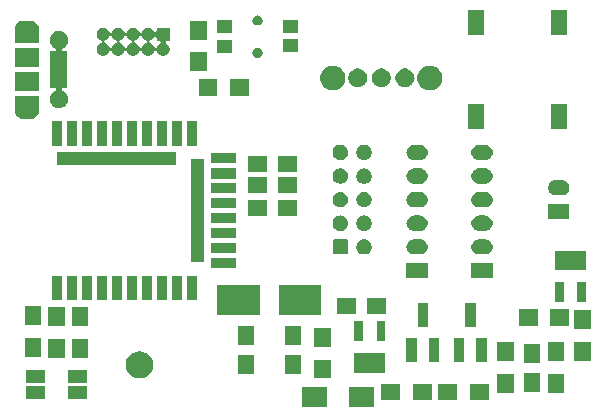
<source format=gbr>
G04 #@! TF.GenerationSoftware,KiCad,Pcbnew,5.1.6-c6e7f7d~86~ubuntu18.04.1*
G04 #@! TF.CreationDate,2020-06-02T09:04:51-04:00*
G04 #@! TF.ProjectId,E73 SCR v2,45373320-5343-4522-9076-322e6b696361,rev?*
G04 #@! TF.SameCoordinates,Original*
G04 #@! TF.FileFunction,Soldermask,Top*
G04 #@! TF.FilePolarity,Negative*
%FSLAX46Y46*%
G04 Gerber Fmt 4.6, Leading zero omitted, Abs format (unit mm)*
G04 Created by KiCad (PCBNEW 5.1.6-c6e7f7d~86~ubuntu18.04.1) date 2020-06-02 09:04:51*
%MOMM*%
%LPD*%
G01*
G04 APERTURE LIST*
%ADD10C,0.100000*%
G04 APERTURE END LIST*
D10*
G36*
X80851000Y-124101000D02*
G01*
X78749000Y-124101000D01*
X78749000Y-122399000D01*
X80851000Y-122399000D01*
X80851000Y-124101000D01*
G37*
G36*
X76851000Y-124101000D02*
G01*
X74749000Y-124101000D01*
X74749000Y-122399000D01*
X76851000Y-122399000D01*
X76851000Y-124101000D01*
G37*
G36*
X90551000Y-123501000D02*
G01*
X88949000Y-123501000D01*
X88949000Y-122099000D01*
X90551000Y-122099000D01*
X90551000Y-123501000D01*
G37*
G36*
X85751000Y-123501000D02*
G01*
X84149000Y-123501000D01*
X84149000Y-122099000D01*
X85751000Y-122099000D01*
X85751000Y-123501000D01*
G37*
G36*
X87851000Y-123501000D02*
G01*
X86249000Y-123501000D01*
X86249000Y-122099000D01*
X87851000Y-122099000D01*
X87851000Y-123501000D01*
G37*
G36*
X83051000Y-123501000D02*
G01*
X81449000Y-123501000D01*
X81449000Y-122099000D01*
X83051000Y-122099000D01*
X83051000Y-123501000D01*
G37*
G36*
X53017500Y-123391500D02*
G01*
X51415500Y-123391500D01*
X51415500Y-122289500D01*
X53017500Y-122289500D01*
X53017500Y-123391500D01*
G37*
G36*
X56517500Y-123391500D02*
G01*
X54915500Y-123391500D01*
X54915500Y-122289500D01*
X56517500Y-122289500D01*
X56517500Y-123391500D01*
G37*
G36*
X96951000Y-122901000D02*
G01*
X95549000Y-122901000D01*
X95549000Y-121299000D01*
X96951000Y-121299000D01*
X96951000Y-122901000D01*
G37*
G36*
X92701000Y-122901000D02*
G01*
X91299000Y-122901000D01*
X91299000Y-121299000D01*
X92701000Y-121299000D01*
X92701000Y-122901000D01*
G37*
G36*
X94926000Y-122801000D02*
G01*
X93574000Y-122801000D01*
X93574000Y-121199000D01*
X94926000Y-121199000D01*
X94926000Y-122801000D01*
G37*
G36*
X56517500Y-121991500D02*
G01*
X54915500Y-121991500D01*
X54915500Y-120889500D01*
X56517500Y-120889500D01*
X56517500Y-121991500D01*
G37*
G36*
X53017500Y-121991500D02*
G01*
X51415500Y-121991500D01*
X51415500Y-120889500D01*
X53017500Y-120889500D01*
X53017500Y-121991500D01*
G37*
G36*
X61224549Y-119371116D02*
G01*
X61335734Y-119393232D01*
X61545203Y-119479997D01*
X61733720Y-119605960D01*
X61894040Y-119766280D01*
X62020003Y-119954797D01*
X62106768Y-120164266D01*
X62151000Y-120386636D01*
X62151000Y-120613364D01*
X62106768Y-120835734D01*
X62020003Y-121045203D01*
X61894040Y-121233720D01*
X61733720Y-121394040D01*
X61545203Y-121520003D01*
X61335734Y-121606768D01*
X61224549Y-121628884D01*
X61113365Y-121651000D01*
X60886635Y-121651000D01*
X60775451Y-121628884D01*
X60664266Y-121606768D01*
X60454797Y-121520003D01*
X60266280Y-121394040D01*
X60105960Y-121233720D01*
X59979997Y-121045203D01*
X59893232Y-120835734D01*
X59849000Y-120613364D01*
X59849000Y-120386636D01*
X59893232Y-120164266D01*
X59979997Y-119954797D01*
X60105960Y-119766280D01*
X60266280Y-119605960D01*
X60454797Y-119479997D01*
X60664266Y-119393232D01*
X60775451Y-119371116D01*
X60886635Y-119349000D01*
X61113365Y-119349000D01*
X61224549Y-119371116D01*
G37*
G36*
X77201000Y-121651000D02*
G01*
X75799000Y-121651000D01*
X75799000Y-120049000D01*
X77201000Y-120049000D01*
X77201000Y-121651000D01*
G37*
G36*
X74676000Y-121301000D02*
G01*
X73324000Y-121301000D01*
X73324000Y-119699000D01*
X74676000Y-119699000D01*
X74676000Y-121301000D01*
G37*
G36*
X70676000Y-121301000D02*
G01*
X69324000Y-121301000D01*
X69324000Y-119699000D01*
X70676000Y-119699000D01*
X70676000Y-121301000D01*
G37*
G36*
X81826000Y-121181000D02*
G01*
X79174000Y-121181000D01*
X79174000Y-119519000D01*
X81826000Y-119519000D01*
X81826000Y-121181000D01*
G37*
G36*
X94926000Y-120301000D02*
G01*
X93574000Y-120301000D01*
X93574000Y-118699000D01*
X94926000Y-118699000D01*
X94926000Y-120301000D01*
G37*
G36*
X90401000Y-120251000D02*
G01*
X89499000Y-120251000D01*
X89499000Y-118249000D01*
X90401000Y-118249000D01*
X90401000Y-120251000D01*
G37*
G36*
X86401000Y-120251000D02*
G01*
X85499000Y-120251000D01*
X85499000Y-118249000D01*
X86401000Y-118249000D01*
X86401000Y-120251000D01*
G37*
G36*
X88501000Y-120251000D02*
G01*
X87599000Y-120251000D01*
X87599000Y-118249000D01*
X88501000Y-118249000D01*
X88501000Y-120251000D01*
G37*
G36*
X84501000Y-120251000D02*
G01*
X83599000Y-120251000D01*
X83599000Y-118249000D01*
X84501000Y-118249000D01*
X84501000Y-120251000D01*
G37*
G36*
X92701000Y-120201000D02*
G01*
X91299000Y-120201000D01*
X91299000Y-118599000D01*
X92701000Y-118599000D01*
X92701000Y-120201000D01*
G37*
G36*
X96951000Y-120201000D02*
G01*
X95549000Y-120201000D01*
X95549000Y-118599000D01*
X96951000Y-118599000D01*
X96951000Y-120201000D01*
G37*
G36*
X99201000Y-120151000D02*
G01*
X97799000Y-120151000D01*
X97799000Y-118549000D01*
X99201000Y-118549000D01*
X99201000Y-120151000D01*
G37*
G36*
X56667500Y-119891500D02*
G01*
X55265500Y-119891500D01*
X55265500Y-118289500D01*
X56667500Y-118289500D01*
X56667500Y-119891500D01*
G37*
G36*
X54667500Y-119891500D02*
G01*
X53265500Y-119891500D01*
X53265500Y-118289500D01*
X54667500Y-118289500D01*
X54667500Y-119891500D01*
G37*
G36*
X52667500Y-119841500D02*
G01*
X51265500Y-119841500D01*
X51265500Y-118239500D01*
X52667500Y-118239500D01*
X52667500Y-119841500D01*
G37*
G36*
X77201000Y-118951000D02*
G01*
X75799000Y-118951000D01*
X75799000Y-117349000D01*
X77201000Y-117349000D01*
X77201000Y-118951000D01*
G37*
G36*
X70676000Y-118801000D02*
G01*
X69324000Y-118801000D01*
X69324000Y-117199000D01*
X70676000Y-117199000D01*
X70676000Y-118801000D01*
G37*
G36*
X74676000Y-118801000D02*
G01*
X73324000Y-118801000D01*
X73324000Y-117199000D01*
X74676000Y-117199000D01*
X74676000Y-118801000D01*
G37*
G36*
X81826000Y-118481000D02*
G01*
X81074000Y-118481000D01*
X81074000Y-116819000D01*
X81826000Y-116819000D01*
X81826000Y-118481000D01*
G37*
G36*
X79926000Y-118481000D02*
G01*
X79174000Y-118481000D01*
X79174000Y-116819000D01*
X79926000Y-116819000D01*
X79926000Y-118481000D01*
G37*
G36*
X99201000Y-117451000D02*
G01*
X97799000Y-117451000D01*
X97799000Y-115849000D01*
X99201000Y-115849000D01*
X99201000Y-117451000D01*
G37*
G36*
X85451000Y-117251000D02*
G01*
X84549000Y-117251000D01*
X84549000Y-115249000D01*
X85451000Y-115249000D01*
X85451000Y-117251000D01*
G37*
G36*
X89451000Y-117251000D02*
G01*
X88549000Y-117251000D01*
X88549000Y-115249000D01*
X89451000Y-115249000D01*
X89451000Y-117251000D01*
G37*
G36*
X94701000Y-117201000D02*
G01*
X93099000Y-117201000D01*
X93099000Y-115799000D01*
X94701000Y-115799000D01*
X94701000Y-117201000D01*
G37*
G36*
X97401000Y-117201000D02*
G01*
X95799000Y-117201000D01*
X95799000Y-115799000D01*
X97401000Y-115799000D01*
X97401000Y-117201000D01*
G37*
G36*
X54667500Y-117191500D02*
G01*
X53265500Y-117191500D01*
X53265500Y-115589500D01*
X54667500Y-115589500D01*
X54667500Y-117191500D01*
G37*
G36*
X56667500Y-117191500D02*
G01*
X55265500Y-117191500D01*
X55265500Y-115589500D01*
X56667500Y-115589500D01*
X56667500Y-117191500D01*
G37*
G36*
X52667500Y-117141500D02*
G01*
X51265500Y-117141500D01*
X51265500Y-115539500D01*
X52667500Y-115539500D01*
X52667500Y-117141500D01*
G37*
G36*
X76401000Y-116251000D02*
G01*
X72799000Y-116251000D01*
X72799000Y-113749000D01*
X76401000Y-113749000D01*
X76401000Y-116251000D01*
G37*
G36*
X71201000Y-116251000D02*
G01*
X67599000Y-116251000D01*
X67599000Y-113749000D01*
X71201000Y-113749000D01*
X71201000Y-116251000D01*
G37*
G36*
X79351000Y-116176000D02*
G01*
X77749000Y-116176000D01*
X77749000Y-114824000D01*
X79351000Y-114824000D01*
X79351000Y-116176000D01*
G37*
G36*
X81851000Y-116176000D02*
G01*
X80249000Y-116176000D01*
X80249000Y-114824000D01*
X81851000Y-114824000D01*
X81851000Y-116176000D01*
G37*
G36*
X96926000Y-115181000D02*
G01*
X96174000Y-115181000D01*
X96174000Y-113519000D01*
X96926000Y-113519000D01*
X96926000Y-115181000D01*
G37*
G36*
X98826000Y-115181000D02*
G01*
X98074000Y-115181000D01*
X98074000Y-113519000D01*
X98826000Y-113519000D01*
X98826000Y-115181000D01*
G37*
G36*
X65879500Y-115043000D02*
G01*
X65027500Y-115043000D01*
X65027500Y-112941000D01*
X65879500Y-112941000D01*
X65879500Y-115043000D01*
G37*
G36*
X54429500Y-115043000D02*
G01*
X53577500Y-115043000D01*
X53577500Y-112941000D01*
X54429500Y-112941000D01*
X54429500Y-115043000D01*
G37*
G36*
X63329500Y-115043000D02*
G01*
X62477500Y-115043000D01*
X62477500Y-112941000D01*
X63329500Y-112941000D01*
X63329500Y-115043000D01*
G37*
G36*
X62079500Y-115043000D02*
G01*
X61227500Y-115043000D01*
X61227500Y-112941000D01*
X62079500Y-112941000D01*
X62079500Y-115043000D01*
G37*
G36*
X60779500Y-115043000D02*
G01*
X59927500Y-115043000D01*
X59927500Y-112941000D01*
X60779500Y-112941000D01*
X60779500Y-115043000D01*
G37*
G36*
X58279500Y-115043000D02*
G01*
X57427500Y-115043000D01*
X57427500Y-112941000D01*
X58279500Y-112941000D01*
X58279500Y-115043000D01*
G37*
G36*
X56979500Y-115043000D02*
G01*
X56127500Y-115043000D01*
X56127500Y-112941000D01*
X56979500Y-112941000D01*
X56979500Y-115043000D01*
G37*
G36*
X64629500Y-115043000D02*
G01*
X63777500Y-115043000D01*
X63777500Y-112941000D01*
X64629500Y-112941000D01*
X64629500Y-115043000D01*
G37*
G36*
X55729500Y-115043000D02*
G01*
X54877500Y-115043000D01*
X54877500Y-112941000D01*
X55729500Y-112941000D01*
X55729500Y-115043000D01*
G37*
G36*
X59529500Y-115043000D02*
G01*
X58677500Y-115043000D01*
X58677500Y-112941000D01*
X59529500Y-112941000D01*
X59529500Y-115043000D01*
G37*
G36*
X90901000Y-113151000D02*
G01*
X89099000Y-113151000D01*
X89099000Y-111849000D01*
X90901000Y-111849000D01*
X90901000Y-113151000D01*
G37*
G36*
X85401000Y-113151000D02*
G01*
X83599000Y-113151000D01*
X83599000Y-111849000D01*
X85401000Y-111849000D01*
X85401000Y-113151000D01*
G37*
G36*
X98826000Y-112481000D02*
G01*
X96174000Y-112481000D01*
X96174000Y-110819000D01*
X98826000Y-110819000D01*
X98826000Y-112481000D01*
G37*
G36*
X69154500Y-112318000D02*
G01*
X67052500Y-112318000D01*
X67052500Y-111466000D01*
X69154500Y-111466000D01*
X69154500Y-112318000D01*
G37*
G36*
X66504500Y-111793000D02*
G01*
X65402500Y-111793000D01*
X65402500Y-103091000D01*
X66504500Y-103091000D01*
X66504500Y-111793000D01*
G37*
G36*
X80189890Y-109874017D02*
G01*
X80270771Y-109907519D01*
X80308364Y-109923091D01*
X80414988Y-109994335D01*
X80505665Y-110085012D01*
X80576909Y-110191636D01*
X80625983Y-110310110D01*
X80651000Y-110435882D01*
X80651000Y-110564118D01*
X80625983Y-110689890D01*
X80576909Y-110808364D01*
X80505665Y-110914988D01*
X80414988Y-111005665D01*
X80308364Y-111076909D01*
X80308363Y-111076910D01*
X80308362Y-111076910D01*
X80189890Y-111125983D01*
X80064119Y-111151000D01*
X79935881Y-111151000D01*
X79810110Y-111125983D01*
X79691638Y-111076910D01*
X79691637Y-111076910D01*
X79691636Y-111076909D01*
X79585012Y-111005665D01*
X79494335Y-110914988D01*
X79423091Y-110808364D01*
X79374017Y-110689890D01*
X79349000Y-110564118D01*
X79349000Y-110435882D01*
X79374017Y-110310110D01*
X79423091Y-110191636D01*
X79494335Y-110085012D01*
X79585012Y-109994335D01*
X79691636Y-109923091D01*
X79729230Y-109907519D01*
X79810110Y-109874017D01*
X79935881Y-109849000D01*
X80064119Y-109849000D01*
X80189890Y-109874017D01*
G37*
G36*
X90313855Y-109852140D02*
G01*
X90377618Y-109858420D01*
X90458400Y-109882925D01*
X90500336Y-109895646D01*
X90613425Y-109956094D01*
X90712554Y-110037446D01*
X90793906Y-110136575D01*
X90854354Y-110249664D01*
X90854355Y-110249668D01*
X90891580Y-110372382D01*
X90904149Y-110500000D01*
X90891580Y-110627618D01*
X90872690Y-110689890D01*
X90854354Y-110750336D01*
X90793906Y-110863425D01*
X90712554Y-110962554D01*
X90613425Y-111043906D01*
X90500336Y-111104354D01*
X90468404Y-111114040D01*
X90377618Y-111141580D01*
X90313855Y-111147860D01*
X90281974Y-111151000D01*
X89718026Y-111151000D01*
X89686145Y-111147860D01*
X89622382Y-111141580D01*
X89531596Y-111114040D01*
X89499664Y-111104354D01*
X89386575Y-111043906D01*
X89287446Y-110962554D01*
X89206094Y-110863425D01*
X89145646Y-110750336D01*
X89127310Y-110689890D01*
X89108420Y-110627618D01*
X89095851Y-110500000D01*
X89108420Y-110372382D01*
X89145645Y-110249668D01*
X89145646Y-110249664D01*
X89206094Y-110136575D01*
X89287446Y-110037446D01*
X89386575Y-109956094D01*
X89499664Y-109895646D01*
X89541600Y-109882925D01*
X89622382Y-109858420D01*
X89686145Y-109852140D01*
X89718026Y-109849000D01*
X90281974Y-109849000D01*
X90313855Y-109852140D01*
G37*
G36*
X84813855Y-109852140D02*
G01*
X84877618Y-109858420D01*
X84958400Y-109882925D01*
X85000336Y-109895646D01*
X85113425Y-109956094D01*
X85212554Y-110037446D01*
X85293906Y-110136575D01*
X85354354Y-110249664D01*
X85354355Y-110249668D01*
X85391580Y-110372382D01*
X85404149Y-110500000D01*
X85391580Y-110627618D01*
X85372690Y-110689890D01*
X85354354Y-110750336D01*
X85293906Y-110863425D01*
X85212554Y-110962554D01*
X85113425Y-111043906D01*
X85000336Y-111104354D01*
X84968404Y-111114040D01*
X84877618Y-111141580D01*
X84813855Y-111147860D01*
X84781974Y-111151000D01*
X84218026Y-111151000D01*
X84186145Y-111147860D01*
X84122382Y-111141580D01*
X84031596Y-111114040D01*
X83999664Y-111104354D01*
X83886575Y-111043906D01*
X83787446Y-110962554D01*
X83706094Y-110863425D01*
X83645646Y-110750336D01*
X83627310Y-110689890D01*
X83608420Y-110627618D01*
X83595851Y-110500000D01*
X83608420Y-110372382D01*
X83645645Y-110249668D01*
X83645646Y-110249664D01*
X83706094Y-110136575D01*
X83787446Y-110037446D01*
X83886575Y-109956094D01*
X83999664Y-109895646D01*
X84041600Y-109882925D01*
X84122382Y-109858420D01*
X84186145Y-109852140D01*
X84218026Y-109849000D01*
X84781974Y-109849000D01*
X84813855Y-109852140D01*
G37*
G36*
X78491242Y-109853404D02*
G01*
X78528337Y-109864657D01*
X78562515Y-109882925D01*
X78592481Y-109907519D01*
X78617075Y-109937485D01*
X78635343Y-109971663D01*
X78646596Y-110008758D01*
X78651000Y-110053474D01*
X78651000Y-110946526D01*
X78646596Y-110991242D01*
X78635343Y-111028337D01*
X78617075Y-111062515D01*
X78592481Y-111092481D01*
X78562515Y-111117075D01*
X78528337Y-111135343D01*
X78491242Y-111146596D01*
X78446526Y-111151000D01*
X77553474Y-111151000D01*
X77508758Y-111146596D01*
X77471663Y-111135343D01*
X77437485Y-111117075D01*
X77407519Y-111092481D01*
X77382925Y-111062515D01*
X77364657Y-111028337D01*
X77353404Y-110991242D01*
X77349000Y-110946526D01*
X77349000Y-110053474D01*
X77353404Y-110008758D01*
X77364657Y-109971663D01*
X77382925Y-109937485D01*
X77407519Y-109907519D01*
X77437485Y-109882925D01*
X77471663Y-109864657D01*
X77508758Y-109853404D01*
X77553474Y-109849000D01*
X78446526Y-109849000D01*
X78491242Y-109853404D01*
G37*
G36*
X69154500Y-111018000D02*
G01*
X67052500Y-111018000D01*
X67052500Y-110166000D01*
X69154500Y-110166000D01*
X69154500Y-111018000D01*
G37*
G36*
X69154500Y-109768000D02*
G01*
X67052500Y-109768000D01*
X67052500Y-108916000D01*
X69154500Y-108916000D01*
X69154500Y-109768000D01*
G37*
G36*
X90313855Y-107852140D02*
G01*
X90377618Y-107858420D01*
X90435571Y-107876000D01*
X90500336Y-107895646D01*
X90613425Y-107956094D01*
X90712554Y-108037446D01*
X90793906Y-108136575D01*
X90854354Y-108249664D01*
X90854355Y-108249668D01*
X90891580Y-108372382D01*
X90904149Y-108500000D01*
X90891580Y-108627618D01*
X90872690Y-108689890D01*
X90854354Y-108750336D01*
X90793906Y-108863425D01*
X90712554Y-108962554D01*
X90613425Y-109043906D01*
X90500336Y-109104354D01*
X90468404Y-109114040D01*
X90377618Y-109141580D01*
X90313855Y-109147860D01*
X90281974Y-109151000D01*
X89718026Y-109151000D01*
X89686145Y-109147860D01*
X89622382Y-109141580D01*
X89531596Y-109114040D01*
X89499664Y-109104354D01*
X89386575Y-109043906D01*
X89287446Y-108962554D01*
X89206094Y-108863425D01*
X89145646Y-108750336D01*
X89127310Y-108689890D01*
X89108420Y-108627618D01*
X89095851Y-108500000D01*
X89108420Y-108372382D01*
X89145645Y-108249668D01*
X89145646Y-108249664D01*
X89206094Y-108136575D01*
X89287446Y-108037446D01*
X89386575Y-107956094D01*
X89499664Y-107895646D01*
X89564429Y-107876000D01*
X89622382Y-107858420D01*
X89686145Y-107852140D01*
X89718026Y-107849000D01*
X90281974Y-107849000D01*
X90313855Y-107852140D01*
G37*
G36*
X84813855Y-107852140D02*
G01*
X84877618Y-107858420D01*
X84935571Y-107876000D01*
X85000336Y-107895646D01*
X85113425Y-107956094D01*
X85212554Y-108037446D01*
X85293906Y-108136575D01*
X85354354Y-108249664D01*
X85354355Y-108249668D01*
X85391580Y-108372382D01*
X85404149Y-108500000D01*
X85391580Y-108627618D01*
X85372690Y-108689890D01*
X85354354Y-108750336D01*
X85293906Y-108863425D01*
X85212554Y-108962554D01*
X85113425Y-109043906D01*
X85000336Y-109104354D01*
X84968404Y-109114040D01*
X84877618Y-109141580D01*
X84813855Y-109147860D01*
X84781974Y-109151000D01*
X84218026Y-109151000D01*
X84186145Y-109147860D01*
X84122382Y-109141580D01*
X84031596Y-109114040D01*
X83999664Y-109104354D01*
X83886575Y-109043906D01*
X83787446Y-108962554D01*
X83706094Y-108863425D01*
X83645646Y-108750336D01*
X83627310Y-108689890D01*
X83608420Y-108627618D01*
X83595851Y-108500000D01*
X83608420Y-108372382D01*
X83645645Y-108249668D01*
X83645646Y-108249664D01*
X83706094Y-108136575D01*
X83787446Y-108037446D01*
X83886575Y-107956094D01*
X83999664Y-107895646D01*
X84064429Y-107876000D01*
X84122382Y-107858420D01*
X84186145Y-107852140D01*
X84218026Y-107849000D01*
X84781974Y-107849000D01*
X84813855Y-107852140D01*
G37*
G36*
X80111477Y-107858420D02*
G01*
X80189890Y-107874017D01*
X80308364Y-107923091D01*
X80414988Y-107994335D01*
X80505665Y-108085012D01*
X80576909Y-108191636D01*
X80625983Y-108310110D01*
X80651000Y-108435882D01*
X80651000Y-108564118D01*
X80625983Y-108689890D01*
X80576909Y-108808364D01*
X80505665Y-108914988D01*
X80414988Y-109005665D01*
X80308364Y-109076909D01*
X80308363Y-109076910D01*
X80308362Y-109076910D01*
X80189890Y-109125983D01*
X80064119Y-109151000D01*
X79935881Y-109151000D01*
X79810110Y-109125983D01*
X79691638Y-109076910D01*
X79691637Y-109076910D01*
X79691636Y-109076909D01*
X79585012Y-109005665D01*
X79494335Y-108914988D01*
X79423091Y-108808364D01*
X79374017Y-108689890D01*
X79349000Y-108564118D01*
X79349000Y-108435882D01*
X79374017Y-108310110D01*
X79423091Y-108191636D01*
X79494335Y-108085012D01*
X79585012Y-107994335D01*
X79691636Y-107923091D01*
X79810110Y-107874017D01*
X79888523Y-107858420D01*
X79935881Y-107849000D01*
X80064119Y-107849000D01*
X80111477Y-107858420D01*
G37*
G36*
X78111477Y-107858420D02*
G01*
X78189890Y-107874017D01*
X78308364Y-107923091D01*
X78414988Y-107994335D01*
X78505665Y-108085012D01*
X78576909Y-108191636D01*
X78625983Y-108310110D01*
X78651000Y-108435882D01*
X78651000Y-108564118D01*
X78625983Y-108689890D01*
X78576909Y-108808364D01*
X78505665Y-108914988D01*
X78414988Y-109005665D01*
X78308364Y-109076909D01*
X78308363Y-109076910D01*
X78308362Y-109076910D01*
X78189890Y-109125983D01*
X78064119Y-109151000D01*
X77935881Y-109151000D01*
X77810110Y-109125983D01*
X77691638Y-109076910D01*
X77691637Y-109076910D01*
X77691636Y-109076909D01*
X77585012Y-109005665D01*
X77494335Y-108914988D01*
X77423091Y-108808364D01*
X77374017Y-108689890D01*
X77349000Y-108564118D01*
X77349000Y-108435882D01*
X77374017Y-108310110D01*
X77423091Y-108191636D01*
X77494335Y-108085012D01*
X77585012Y-107994335D01*
X77691636Y-107923091D01*
X77810110Y-107874017D01*
X77888523Y-107858420D01*
X77935881Y-107849000D01*
X78064119Y-107849000D01*
X78111477Y-107858420D01*
G37*
G36*
X69154500Y-108518000D02*
G01*
X67052500Y-108518000D01*
X67052500Y-107666000D01*
X69154500Y-107666000D01*
X69154500Y-108518000D01*
G37*
G36*
X97401000Y-108151000D02*
G01*
X95599000Y-108151000D01*
X95599000Y-106849000D01*
X97401000Y-106849000D01*
X97401000Y-108151000D01*
G37*
G36*
X74301000Y-107876000D02*
G01*
X72699000Y-107876000D01*
X72699000Y-106524000D01*
X74301000Y-106524000D01*
X74301000Y-107876000D01*
G37*
G36*
X71801000Y-107876000D02*
G01*
X70199000Y-107876000D01*
X70199000Y-106524000D01*
X71801000Y-106524000D01*
X71801000Y-107876000D01*
G37*
G36*
X69154500Y-107218000D02*
G01*
X67052500Y-107218000D01*
X67052500Y-106366000D01*
X69154500Y-106366000D01*
X69154500Y-107218000D01*
G37*
G36*
X84813855Y-105852140D02*
G01*
X84877618Y-105858420D01*
X84968404Y-105885960D01*
X85000336Y-105895646D01*
X85113425Y-105956094D01*
X85212554Y-106037446D01*
X85293906Y-106136575D01*
X85354354Y-106249664D01*
X85354355Y-106249668D01*
X85391580Y-106372382D01*
X85404149Y-106500000D01*
X85391580Y-106627618D01*
X85372690Y-106689890D01*
X85354354Y-106750336D01*
X85293906Y-106863425D01*
X85212554Y-106962554D01*
X85113425Y-107043906D01*
X85000336Y-107104354D01*
X84968404Y-107114040D01*
X84877618Y-107141580D01*
X84813855Y-107147860D01*
X84781974Y-107151000D01*
X84218026Y-107151000D01*
X84186145Y-107147860D01*
X84122382Y-107141580D01*
X84031596Y-107114040D01*
X83999664Y-107104354D01*
X83886575Y-107043906D01*
X83787446Y-106962554D01*
X83706094Y-106863425D01*
X83645646Y-106750336D01*
X83627310Y-106689890D01*
X83608420Y-106627618D01*
X83595851Y-106500000D01*
X83608420Y-106372382D01*
X83645645Y-106249668D01*
X83645646Y-106249664D01*
X83706094Y-106136575D01*
X83787446Y-106037446D01*
X83886575Y-105956094D01*
X83999664Y-105895646D01*
X84031596Y-105885960D01*
X84122382Y-105858420D01*
X84186145Y-105852140D01*
X84218026Y-105849000D01*
X84781974Y-105849000D01*
X84813855Y-105852140D01*
G37*
G36*
X78189890Y-105874017D02*
G01*
X78308364Y-105923091D01*
X78414988Y-105994335D01*
X78505665Y-106085012D01*
X78576909Y-106191636D01*
X78625983Y-106310110D01*
X78651000Y-106435882D01*
X78651000Y-106564118D01*
X78625983Y-106689890D01*
X78576909Y-106808364D01*
X78505665Y-106914988D01*
X78414988Y-107005665D01*
X78308364Y-107076909D01*
X78308363Y-107076910D01*
X78308362Y-107076910D01*
X78189890Y-107125983D01*
X78064119Y-107151000D01*
X77935881Y-107151000D01*
X77810110Y-107125983D01*
X77691638Y-107076910D01*
X77691637Y-107076910D01*
X77691636Y-107076909D01*
X77585012Y-107005665D01*
X77494335Y-106914988D01*
X77423091Y-106808364D01*
X77374017Y-106689890D01*
X77349000Y-106564118D01*
X77349000Y-106435882D01*
X77374017Y-106310110D01*
X77423091Y-106191636D01*
X77494335Y-106085012D01*
X77585012Y-105994335D01*
X77691636Y-105923091D01*
X77810110Y-105874017D01*
X77935881Y-105849000D01*
X78064119Y-105849000D01*
X78189890Y-105874017D01*
G37*
G36*
X90313855Y-105852140D02*
G01*
X90377618Y-105858420D01*
X90468404Y-105885960D01*
X90500336Y-105895646D01*
X90613425Y-105956094D01*
X90712554Y-106037446D01*
X90793906Y-106136575D01*
X90854354Y-106249664D01*
X90854355Y-106249668D01*
X90891580Y-106372382D01*
X90904149Y-106500000D01*
X90891580Y-106627618D01*
X90872690Y-106689890D01*
X90854354Y-106750336D01*
X90793906Y-106863425D01*
X90712554Y-106962554D01*
X90613425Y-107043906D01*
X90500336Y-107104354D01*
X90468404Y-107114040D01*
X90377618Y-107141580D01*
X90313855Y-107147860D01*
X90281974Y-107151000D01*
X89718026Y-107151000D01*
X89686145Y-107147860D01*
X89622382Y-107141580D01*
X89531596Y-107114040D01*
X89499664Y-107104354D01*
X89386575Y-107043906D01*
X89287446Y-106962554D01*
X89206094Y-106863425D01*
X89145646Y-106750336D01*
X89127310Y-106689890D01*
X89108420Y-106627618D01*
X89095851Y-106500000D01*
X89108420Y-106372382D01*
X89145645Y-106249668D01*
X89145646Y-106249664D01*
X89206094Y-106136575D01*
X89287446Y-106037446D01*
X89386575Y-105956094D01*
X89499664Y-105895646D01*
X89531596Y-105885960D01*
X89622382Y-105858420D01*
X89686145Y-105852140D01*
X89718026Y-105849000D01*
X90281974Y-105849000D01*
X90313855Y-105852140D01*
G37*
G36*
X80189890Y-105874017D02*
G01*
X80308364Y-105923091D01*
X80414988Y-105994335D01*
X80505665Y-106085012D01*
X80576909Y-106191636D01*
X80625983Y-106310110D01*
X80651000Y-106435882D01*
X80651000Y-106564118D01*
X80625983Y-106689890D01*
X80576909Y-106808364D01*
X80505665Y-106914988D01*
X80414988Y-107005665D01*
X80308364Y-107076909D01*
X80308363Y-107076910D01*
X80308362Y-107076910D01*
X80189890Y-107125983D01*
X80064119Y-107151000D01*
X79935881Y-107151000D01*
X79810110Y-107125983D01*
X79691638Y-107076910D01*
X79691637Y-107076910D01*
X79691636Y-107076909D01*
X79585012Y-107005665D01*
X79494335Y-106914988D01*
X79423091Y-106808364D01*
X79374017Y-106689890D01*
X79349000Y-106564118D01*
X79349000Y-106435882D01*
X79374017Y-106310110D01*
X79423091Y-106191636D01*
X79494335Y-106085012D01*
X79585012Y-105994335D01*
X79691636Y-105923091D01*
X79810110Y-105874017D01*
X79935881Y-105849000D01*
X80064119Y-105849000D01*
X80189890Y-105874017D01*
G37*
G36*
X96813855Y-104852140D02*
G01*
X96877618Y-104858420D01*
X96968404Y-104885960D01*
X97000336Y-104895646D01*
X97113425Y-104956094D01*
X97212554Y-105037446D01*
X97293906Y-105136575D01*
X97354354Y-105249664D01*
X97354355Y-105249668D01*
X97391580Y-105372382D01*
X97404149Y-105500000D01*
X97391580Y-105627618D01*
X97364040Y-105718404D01*
X97354354Y-105750336D01*
X97293906Y-105863425D01*
X97212554Y-105962554D01*
X97113425Y-106043906D01*
X97000336Y-106104354D01*
X96968404Y-106114040D01*
X96877618Y-106141580D01*
X96813855Y-106147860D01*
X96781974Y-106151000D01*
X96218026Y-106151000D01*
X96186145Y-106147860D01*
X96122382Y-106141580D01*
X96031596Y-106114040D01*
X95999664Y-106104354D01*
X95886575Y-106043906D01*
X95787446Y-105962554D01*
X95706094Y-105863425D01*
X95645646Y-105750336D01*
X95635960Y-105718404D01*
X95608420Y-105627618D01*
X95595851Y-105500000D01*
X95608420Y-105372382D01*
X95645645Y-105249668D01*
X95645646Y-105249664D01*
X95706094Y-105136575D01*
X95787446Y-105037446D01*
X95886575Y-104956094D01*
X95999664Y-104895646D01*
X96031596Y-104885960D01*
X96122382Y-104858420D01*
X96186145Y-104852140D01*
X96218026Y-104849000D01*
X96781974Y-104849000D01*
X96813855Y-104852140D01*
G37*
G36*
X71801000Y-105976000D02*
G01*
X70199000Y-105976000D01*
X70199000Y-104624000D01*
X71801000Y-104624000D01*
X71801000Y-105976000D01*
G37*
G36*
X74301000Y-105976000D02*
G01*
X72699000Y-105976000D01*
X72699000Y-104624000D01*
X74301000Y-104624000D01*
X74301000Y-105976000D01*
G37*
G36*
X69154500Y-105968000D02*
G01*
X67052500Y-105968000D01*
X67052500Y-105116000D01*
X69154500Y-105116000D01*
X69154500Y-105968000D01*
G37*
G36*
X84813855Y-103852140D02*
G01*
X84877618Y-103858420D01*
X84968404Y-103885960D01*
X85000336Y-103895646D01*
X85113425Y-103956094D01*
X85212554Y-104037446D01*
X85293906Y-104136575D01*
X85354354Y-104249664D01*
X85354355Y-104249668D01*
X85391580Y-104372382D01*
X85404149Y-104500000D01*
X85391580Y-104627618D01*
X85372690Y-104689890D01*
X85354354Y-104750336D01*
X85293906Y-104863425D01*
X85212554Y-104962554D01*
X85113425Y-105043906D01*
X85000336Y-105104354D01*
X84968404Y-105114040D01*
X84877618Y-105141580D01*
X84813855Y-105147860D01*
X84781974Y-105151000D01*
X84218026Y-105151000D01*
X84186145Y-105147860D01*
X84122382Y-105141580D01*
X84031596Y-105114040D01*
X83999664Y-105104354D01*
X83886575Y-105043906D01*
X83787446Y-104962554D01*
X83706094Y-104863425D01*
X83645646Y-104750336D01*
X83627310Y-104689890D01*
X83608420Y-104627618D01*
X83595851Y-104500000D01*
X83608420Y-104372382D01*
X83645645Y-104249668D01*
X83645646Y-104249664D01*
X83706094Y-104136575D01*
X83787446Y-104037446D01*
X83886575Y-103956094D01*
X83999664Y-103895646D01*
X84031596Y-103885960D01*
X84122382Y-103858420D01*
X84186145Y-103852140D01*
X84218026Y-103849000D01*
X84781974Y-103849000D01*
X84813855Y-103852140D01*
G37*
G36*
X78111477Y-103858420D02*
G01*
X78189890Y-103874017D01*
X78308364Y-103923091D01*
X78414988Y-103994335D01*
X78505665Y-104085012D01*
X78576909Y-104191636D01*
X78625983Y-104310110D01*
X78651000Y-104435882D01*
X78651000Y-104564118D01*
X78625983Y-104689890D01*
X78576909Y-104808364D01*
X78505665Y-104914988D01*
X78414988Y-105005665D01*
X78308364Y-105076909D01*
X78308363Y-105076910D01*
X78308362Y-105076910D01*
X78189890Y-105125983D01*
X78064119Y-105151000D01*
X77935881Y-105151000D01*
X77810110Y-105125983D01*
X77691638Y-105076910D01*
X77691637Y-105076910D01*
X77691636Y-105076909D01*
X77585012Y-105005665D01*
X77494335Y-104914988D01*
X77423091Y-104808364D01*
X77374017Y-104689890D01*
X77349000Y-104564118D01*
X77349000Y-104435882D01*
X77374017Y-104310110D01*
X77423091Y-104191636D01*
X77494335Y-104085012D01*
X77585012Y-103994335D01*
X77691636Y-103923091D01*
X77810110Y-103874017D01*
X77888523Y-103858420D01*
X77935881Y-103849000D01*
X78064119Y-103849000D01*
X78111477Y-103858420D01*
G37*
G36*
X80111477Y-103858420D02*
G01*
X80189890Y-103874017D01*
X80308364Y-103923091D01*
X80414988Y-103994335D01*
X80505665Y-104085012D01*
X80576909Y-104191636D01*
X80625983Y-104310110D01*
X80651000Y-104435882D01*
X80651000Y-104564118D01*
X80625983Y-104689890D01*
X80576909Y-104808364D01*
X80505665Y-104914988D01*
X80414988Y-105005665D01*
X80308364Y-105076909D01*
X80308363Y-105076910D01*
X80308362Y-105076910D01*
X80189890Y-105125983D01*
X80064119Y-105151000D01*
X79935881Y-105151000D01*
X79810110Y-105125983D01*
X79691638Y-105076910D01*
X79691637Y-105076910D01*
X79691636Y-105076909D01*
X79585012Y-105005665D01*
X79494335Y-104914988D01*
X79423091Y-104808364D01*
X79374017Y-104689890D01*
X79349000Y-104564118D01*
X79349000Y-104435882D01*
X79374017Y-104310110D01*
X79423091Y-104191636D01*
X79494335Y-104085012D01*
X79585012Y-103994335D01*
X79691636Y-103923091D01*
X79810110Y-103874017D01*
X79888523Y-103858420D01*
X79935881Y-103849000D01*
X80064119Y-103849000D01*
X80111477Y-103858420D01*
G37*
G36*
X90313855Y-103852140D02*
G01*
X90377618Y-103858420D01*
X90468404Y-103885960D01*
X90500336Y-103895646D01*
X90613425Y-103956094D01*
X90712554Y-104037446D01*
X90793906Y-104136575D01*
X90854354Y-104249664D01*
X90854355Y-104249668D01*
X90891580Y-104372382D01*
X90904149Y-104500000D01*
X90891580Y-104627618D01*
X90872690Y-104689890D01*
X90854354Y-104750336D01*
X90793906Y-104863425D01*
X90712554Y-104962554D01*
X90613425Y-105043906D01*
X90500336Y-105104354D01*
X90468404Y-105114040D01*
X90377618Y-105141580D01*
X90313855Y-105147860D01*
X90281974Y-105151000D01*
X89718026Y-105151000D01*
X89686145Y-105147860D01*
X89622382Y-105141580D01*
X89531596Y-105114040D01*
X89499664Y-105104354D01*
X89386575Y-105043906D01*
X89287446Y-104962554D01*
X89206094Y-104863425D01*
X89145646Y-104750336D01*
X89127310Y-104689890D01*
X89108420Y-104627618D01*
X89095851Y-104500000D01*
X89108420Y-104372382D01*
X89145645Y-104249668D01*
X89145646Y-104249664D01*
X89206094Y-104136575D01*
X89287446Y-104037446D01*
X89386575Y-103956094D01*
X89499664Y-103895646D01*
X89531596Y-103885960D01*
X89622382Y-103858420D01*
X89686145Y-103852140D01*
X89718026Y-103849000D01*
X90281974Y-103849000D01*
X90313855Y-103852140D01*
G37*
G36*
X69154500Y-104718000D02*
G01*
X67052500Y-104718000D01*
X67052500Y-103866000D01*
X69154500Y-103866000D01*
X69154500Y-104718000D01*
G37*
G36*
X74301000Y-104126000D02*
G01*
X72699000Y-104126000D01*
X72699000Y-102774000D01*
X74301000Y-102774000D01*
X74301000Y-104126000D01*
G37*
G36*
X71801000Y-104126000D02*
G01*
X70199000Y-104126000D01*
X70199000Y-102774000D01*
X71801000Y-102774000D01*
X71801000Y-104126000D01*
G37*
G36*
X64104500Y-103593000D02*
G01*
X54052500Y-103593000D01*
X54052500Y-102491000D01*
X64104500Y-102491000D01*
X64104500Y-103593000D01*
G37*
G36*
X69154500Y-103418000D02*
G01*
X67052500Y-103418000D01*
X67052500Y-102566000D01*
X69154500Y-102566000D01*
X69154500Y-103418000D01*
G37*
G36*
X90313855Y-101852140D02*
G01*
X90377618Y-101858420D01*
X90468404Y-101885960D01*
X90500336Y-101895646D01*
X90613425Y-101956094D01*
X90712554Y-102037446D01*
X90793906Y-102136575D01*
X90854354Y-102249664D01*
X90854355Y-102249668D01*
X90891580Y-102372382D01*
X90904149Y-102500000D01*
X90891580Y-102627618D01*
X90872690Y-102689890D01*
X90854354Y-102750336D01*
X90793906Y-102863425D01*
X90712554Y-102962554D01*
X90613425Y-103043906D01*
X90500336Y-103104354D01*
X90468404Y-103114040D01*
X90377618Y-103141580D01*
X90313855Y-103147860D01*
X90281974Y-103151000D01*
X89718026Y-103151000D01*
X89686145Y-103147860D01*
X89622382Y-103141580D01*
X89531596Y-103114040D01*
X89499664Y-103104354D01*
X89386575Y-103043906D01*
X89287446Y-102962554D01*
X89206094Y-102863425D01*
X89145646Y-102750336D01*
X89127310Y-102689890D01*
X89108420Y-102627618D01*
X89095851Y-102500000D01*
X89108420Y-102372382D01*
X89145645Y-102249668D01*
X89145646Y-102249664D01*
X89206094Y-102136575D01*
X89287446Y-102037446D01*
X89386575Y-101956094D01*
X89499664Y-101895646D01*
X89531596Y-101885960D01*
X89622382Y-101858420D01*
X89686145Y-101852140D01*
X89718026Y-101849000D01*
X90281974Y-101849000D01*
X90313855Y-101852140D01*
G37*
G36*
X84813855Y-101852140D02*
G01*
X84877618Y-101858420D01*
X84968404Y-101885960D01*
X85000336Y-101895646D01*
X85113425Y-101956094D01*
X85212554Y-102037446D01*
X85293906Y-102136575D01*
X85354354Y-102249664D01*
X85354355Y-102249668D01*
X85391580Y-102372382D01*
X85404149Y-102500000D01*
X85391580Y-102627618D01*
X85372690Y-102689890D01*
X85354354Y-102750336D01*
X85293906Y-102863425D01*
X85212554Y-102962554D01*
X85113425Y-103043906D01*
X85000336Y-103104354D01*
X84968404Y-103114040D01*
X84877618Y-103141580D01*
X84813855Y-103147860D01*
X84781974Y-103151000D01*
X84218026Y-103151000D01*
X84186145Y-103147860D01*
X84122382Y-103141580D01*
X84031596Y-103114040D01*
X83999664Y-103104354D01*
X83886575Y-103043906D01*
X83787446Y-102962554D01*
X83706094Y-102863425D01*
X83645646Y-102750336D01*
X83627310Y-102689890D01*
X83608420Y-102627618D01*
X83595851Y-102500000D01*
X83608420Y-102372382D01*
X83645645Y-102249668D01*
X83645646Y-102249664D01*
X83706094Y-102136575D01*
X83787446Y-102037446D01*
X83886575Y-101956094D01*
X83999664Y-101895646D01*
X84031596Y-101885960D01*
X84122382Y-101858420D01*
X84186145Y-101852140D01*
X84218026Y-101849000D01*
X84781974Y-101849000D01*
X84813855Y-101852140D01*
G37*
G36*
X78111477Y-101858420D02*
G01*
X78189890Y-101874017D01*
X78308364Y-101923091D01*
X78414988Y-101994335D01*
X78505665Y-102085012D01*
X78576909Y-102191636D01*
X78625983Y-102310110D01*
X78651000Y-102435882D01*
X78651000Y-102564118D01*
X78625983Y-102689890D01*
X78576909Y-102808364D01*
X78505665Y-102914988D01*
X78414988Y-103005665D01*
X78308364Y-103076909D01*
X78308363Y-103076910D01*
X78308362Y-103076910D01*
X78189890Y-103125983D01*
X78064119Y-103151000D01*
X77935881Y-103151000D01*
X77810110Y-103125983D01*
X77691638Y-103076910D01*
X77691637Y-103076910D01*
X77691636Y-103076909D01*
X77585012Y-103005665D01*
X77494335Y-102914988D01*
X77423091Y-102808364D01*
X77374017Y-102689890D01*
X77349000Y-102564118D01*
X77349000Y-102435882D01*
X77374017Y-102310110D01*
X77423091Y-102191636D01*
X77494335Y-102085012D01*
X77585012Y-101994335D01*
X77691636Y-101923091D01*
X77810110Y-101874017D01*
X77888523Y-101858420D01*
X77935881Y-101849000D01*
X78064119Y-101849000D01*
X78111477Y-101858420D01*
G37*
G36*
X80111477Y-101858420D02*
G01*
X80189890Y-101874017D01*
X80308364Y-101923091D01*
X80414988Y-101994335D01*
X80505665Y-102085012D01*
X80576909Y-102191636D01*
X80625983Y-102310110D01*
X80651000Y-102435882D01*
X80651000Y-102564118D01*
X80625983Y-102689890D01*
X80576909Y-102808364D01*
X80505665Y-102914988D01*
X80414988Y-103005665D01*
X80308364Y-103076909D01*
X80308363Y-103076910D01*
X80308362Y-103076910D01*
X80189890Y-103125983D01*
X80064119Y-103151000D01*
X79935881Y-103151000D01*
X79810110Y-103125983D01*
X79691638Y-103076910D01*
X79691637Y-103076910D01*
X79691636Y-103076909D01*
X79585012Y-103005665D01*
X79494335Y-102914988D01*
X79423091Y-102808364D01*
X79374017Y-102689890D01*
X79349000Y-102564118D01*
X79349000Y-102435882D01*
X79374017Y-102310110D01*
X79423091Y-102191636D01*
X79494335Y-102085012D01*
X79585012Y-101994335D01*
X79691636Y-101923091D01*
X79810110Y-101874017D01*
X79888523Y-101858420D01*
X79935881Y-101849000D01*
X80064119Y-101849000D01*
X80111477Y-101858420D01*
G37*
G36*
X54429500Y-101943000D02*
G01*
X53577500Y-101943000D01*
X53577500Y-99841000D01*
X54429500Y-99841000D01*
X54429500Y-101943000D01*
G37*
G36*
X62079500Y-101943000D02*
G01*
X61227500Y-101943000D01*
X61227500Y-99841000D01*
X62079500Y-99841000D01*
X62079500Y-101943000D01*
G37*
G36*
X55729500Y-101943000D02*
G01*
X54877500Y-101943000D01*
X54877500Y-99841000D01*
X55729500Y-99841000D01*
X55729500Y-101943000D01*
G37*
G36*
X56979500Y-101943000D02*
G01*
X56127500Y-101943000D01*
X56127500Y-99841000D01*
X56979500Y-99841000D01*
X56979500Y-101943000D01*
G37*
G36*
X60779500Y-101943000D02*
G01*
X59927500Y-101943000D01*
X59927500Y-99841000D01*
X60779500Y-99841000D01*
X60779500Y-101943000D01*
G37*
G36*
X63329500Y-101943000D02*
G01*
X62477500Y-101943000D01*
X62477500Y-99841000D01*
X63329500Y-99841000D01*
X63329500Y-101943000D01*
G37*
G36*
X58279500Y-101943000D02*
G01*
X57427500Y-101943000D01*
X57427500Y-99841000D01*
X58279500Y-99841000D01*
X58279500Y-101943000D01*
G37*
G36*
X59529500Y-101943000D02*
G01*
X58677500Y-101943000D01*
X58677500Y-99841000D01*
X59529500Y-99841000D01*
X59529500Y-101943000D01*
G37*
G36*
X64629500Y-101943000D02*
G01*
X63777500Y-101943000D01*
X63777500Y-99841000D01*
X64629500Y-99841000D01*
X64629500Y-101943000D01*
G37*
G36*
X65879500Y-101943000D02*
G01*
X65027500Y-101943000D01*
X65027500Y-99841000D01*
X65879500Y-99841000D01*
X65879500Y-101943000D01*
G37*
G36*
X90176000Y-100551000D02*
G01*
X88824000Y-100551000D01*
X88824000Y-98449000D01*
X90176000Y-98449000D01*
X90176000Y-100551000D01*
G37*
G36*
X97176000Y-100551000D02*
G01*
X95824000Y-100551000D01*
X95824000Y-98449000D01*
X97176000Y-98449000D01*
X97176000Y-100551000D01*
G37*
G36*
X52467000Y-98961886D02*
G01*
X52467602Y-98974138D01*
X52470149Y-99000000D01*
X52467602Y-99025862D01*
X52467000Y-99038114D01*
X52467000Y-99111406D01*
X52458043Y-99128164D01*
X52453915Y-99139701D01*
X52428132Y-99224693D01*
X52420354Y-99250336D01*
X52359906Y-99363425D01*
X52278554Y-99462554D01*
X52179425Y-99543906D01*
X52066336Y-99604354D01*
X52034404Y-99614040D01*
X51943618Y-99641580D01*
X51879855Y-99647860D01*
X51847974Y-99651000D01*
X51084026Y-99651000D01*
X51052145Y-99647860D01*
X50988382Y-99641580D01*
X50897596Y-99614040D01*
X50865664Y-99604354D01*
X50752575Y-99543906D01*
X50653446Y-99462554D01*
X50572094Y-99363425D01*
X50511646Y-99250336D01*
X50503868Y-99224693D01*
X50478087Y-99139708D01*
X50468713Y-99117075D01*
X50465000Y-99111518D01*
X50465000Y-99038114D01*
X50464398Y-99025862D01*
X50461851Y-99000000D01*
X50464398Y-98974138D01*
X50465000Y-98961886D01*
X50465000Y-97749000D01*
X52467000Y-97749000D01*
X52467000Y-98961886D01*
G37*
G36*
X54392348Y-92253820D02*
G01*
X54392350Y-92253821D01*
X54392351Y-92253821D01*
X54533574Y-92312317D01*
X54533577Y-92312319D01*
X54660669Y-92397239D01*
X54768761Y-92505331D01*
X54837661Y-92608447D01*
X54853683Y-92632426D01*
X54906938Y-92760996D01*
X54912180Y-92773652D01*
X54942000Y-92923569D01*
X54942000Y-93076431D01*
X54912769Y-93223388D01*
X54912179Y-93226351D01*
X54853683Y-93367574D01*
X54853681Y-93367577D01*
X54768761Y-93494669D01*
X54660669Y-93602761D01*
X54586920Y-93652038D01*
X54533574Y-93687683D01*
X54483272Y-93708519D01*
X54461664Y-93720068D01*
X54442722Y-93735614D01*
X54427177Y-93754556D01*
X54415626Y-93776166D01*
X54408513Y-93799615D01*
X54406111Y-93824001D01*
X54408513Y-93848387D01*
X54415626Y-93871836D01*
X54427177Y-93893447D01*
X54442723Y-93912389D01*
X54461665Y-93927934D01*
X54483275Y-93939485D01*
X54506724Y-93946598D01*
X54531110Y-93949000D01*
X54892000Y-93949000D01*
X54892000Y-97051000D01*
X54531110Y-97051000D01*
X54506724Y-97053402D01*
X54483275Y-97060515D01*
X54461664Y-97072066D01*
X54442722Y-97087611D01*
X54427177Y-97106553D01*
X54415626Y-97128164D01*
X54408513Y-97151613D01*
X54406111Y-97175999D01*
X54408513Y-97200385D01*
X54415626Y-97223834D01*
X54427177Y-97245445D01*
X54442722Y-97264387D01*
X54461664Y-97279932D01*
X54483272Y-97291481D01*
X54533574Y-97312317D01*
X54533575Y-97312318D01*
X54660669Y-97397239D01*
X54768761Y-97505331D01*
X54853681Y-97632423D01*
X54853683Y-97632426D01*
X54912179Y-97773649D01*
X54942000Y-97923571D01*
X54942000Y-98076429D01*
X54912179Y-98226351D01*
X54853683Y-98367574D01*
X54853681Y-98367577D01*
X54768761Y-98494669D01*
X54660669Y-98602761D01*
X54610064Y-98636574D01*
X54533574Y-98687683D01*
X54392351Y-98746179D01*
X54392350Y-98746179D01*
X54392348Y-98746180D01*
X54242431Y-98776000D01*
X54089569Y-98776000D01*
X53939652Y-98746180D01*
X53939650Y-98746179D01*
X53939649Y-98746179D01*
X53798426Y-98687683D01*
X53721936Y-98636574D01*
X53671331Y-98602761D01*
X53563239Y-98494669D01*
X53478319Y-98367577D01*
X53478317Y-98367574D01*
X53419821Y-98226351D01*
X53390000Y-98076429D01*
X53390000Y-97923571D01*
X53419821Y-97773649D01*
X53478317Y-97632426D01*
X53478319Y-97632423D01*
X53563239Y-97505331D01*
X53671331Y-97397239D01*
X53798425Y-97312318D01*
X53798426Y-97312317D01*
X53848728Y-97291481D01*
X53870336Y-97279932D01*
X53889278Y-97264386D01*
X53904823Y-97245444D01*
X53916374Y-97223834D01*
X53923487Y-97200385D01*
X53925889Y-97175999D01*
X53923487Y-97151613D01*
X53916374Y-97128164D01*
X53904823Y-97106553D01*
X53889277Y-97087611D01*
X53870335Y-97072066D01*
X53848725Y-97060515D01*
X53825276Y-97053402D01*
X53800890Y-97051000D01*
X53440000Y-97051000D01*
X53440000Y-93949000D01*
X53800890Y-93949000D01*
X53825276Y-93946598D01*
X53848725Y-93939485D01*
X53870336Y-93927934D01*
X53889278Y-93912389D01*
X53904823Y-93893447D01*
X53916374Y-93871836D01*
X53923487Y-93848387D01*
X53925889Y-93824001D01*
X53923487Y-93799615D01*
X53916374Y-93776166D01*
X53904823Y-93754555D01*
X53889278Y-93735613D01*
X53870336Y-93720068D01*
X53848728Y-93708519D01*
X53798426Y-93687683D01*
X53745080Y-93652038D01*
X53671331Y-93602761D01*
X53563239Y-93494669D01*
X53478319Y-93367577D01*
X53478317Y-93367574D01*
X53419821Y-93226351D01*
X53419232Y-93223388D01*
X53390000Y-93076431D01*
X53390000Y-92923569D01*
X53419820Y-92773652D01*
X53425062Y-92760996D01*
X53478317Y-92632426D01*
X53494339Y-92608447D01*
X53563239Y-92505331D01*
X53671331Y-92397239D01*
X53798423Y-92312319D01*
X53798426Y-92312317D01*
X53939649Y-92253821D01*
X53939650Y-92253821D01*
X53939652Y-92253820D01*
X54089569Y-92224000D01*
X54242431Y-92224000D01*
X54392348Y-92253820D01*
G37*
G36*
X70301000Y-97701000D02*
G01*
X68699000Y-97701000D01*
X68699000Y-96299000D01*
X70301000Y-96299000D01*
X70301000Y-97701000D01*
G37*
G36*
X67601000Y-97701000D02*
G01*
X65999000Y-97701000D01*
X65999000Y-96299000D01*
X67601000Y-96299000D01*
X67601000Y-97701000D01*
G37*
G36*
X52467000Y-97301000D02*
G01*
X50465000Y-97301000D01*
X50465000Y-95699000D01*
X52467000Y-95699000D01*
X52467000Y-97301000D01*
G37*
G36*
X85877064Y-95191889D02*
G01*
X86068333Y-95271115D01*
X86068335Y-95271116D01*
X86240473Y-95386135D01*
X86386865Y-95532527D01*
X86498099Y-95699000D01*
X86501885Y-95704667D01*
X86581111Y-95895936D01*
X86621500Y-96098984D01*
X86621500Y-96306016D01*
X86581111Y-96509064D01*
X86501885Y-96700333D01*
X86501884Y-96700335D01*
X86386865Y-96872473D01*
X86240473Y-97018865D01*
X86068335Y-97133884D01*
X86068334Y-97133885D01*
X86068333Y-97133885D01*
X85877064Y-97213111D01*
X85674016Y-97253500D01*
X85466984Y-97253500D01*
X85263936Y-97213111D01*
X85072667Y-97133885D01*
X85072666Y-97133885D01*
X85072665Y-97133884D01*
X84900527Y-97018865D01*
X84754135Y-96872473D01*
X84639116Y-96700335D01*
X84639115Y-96700333D01*
X84559889Y-96509064D01*
X84519500Y-96306016D01*
X84519500Y-96303748D01*
X84517098Y-96279362D01*
X84509985Y-96255913D01*
X84498434Y-96234302D01*
X84482889Y-96215360D01*
X84467218Y-96202500D01*
X84482888Y-96189640D01*
X84498434Y-96170698D01*
X84509985Y-96149087D01*
X84517098Y-96125638D01*
X84519500Y-96101252D01*
X84519500Y-96098984D01*
X84559889Y-95895936D01*
X84639115Y-95704667D01*
X84642902Y-95699000D01*
X84754135Y-95532527D01*
X84900527Y-95386135D01*
X85072665Y-95271116D01*
X85072667Y-95271115D01*
X85263936Y-95191889D01*
X85466984Y-95151500D01*
X85674016Y-95151500D01*
X85877064Y-95191889D01*
G37*
G36*
X77677064Y-95191889D02*
G01*
X77868333Y-95271115D01*
X77868335Y-95271116D01*
X78040473Y-95386135D01*
X78186865Y-95532527D01*
X78298099Y-95699000D01*
X78301885Y-95704667D01*
X78381111Y-95895936D01*
X78421500Y-96098984D01*
X78421500Y-96101252D01*
X78423902Y-96125638D01*
X78431015Y-96149087D01*
X78442566Y-96170698D01*
X78458111Y-96189640D01*
X78473782Y-96202500D01*
X78458112Y-96215360D01*
X78442566Y-96234302D01*
X78431015Y-96255913D01*
X78423902Y-96279362D01*
X78421500Y-96303748D01*
X78421500Y-96306016D01*
X78381111Y-96509064D01*
X78301885Y-96700333D01*
X78301884Y-96700335D01*
X78186865Y-96872473D01*
X78040473Y-97018865D01*
X77868335Y-97133884D01*
X77868334Y-97133885D01*
X77868333Y-97133885D01*
X77677064Y-97213111D01*
X77474016Y-97253500D01*
X77266984Y-97253500D01*
X77063936Y-97213111D01*
X76872667Y-97133885D01*
X76872666Y-97133885D01*
X76872665Y-97133884D01*
X76700527Y-97018865D01*
X76554135Y-96872473D01*
X76439116Y-96700335D01*
X76439115Y-96700333D01*
X76359889Y-96509064D01*
X76319500Y-96306016D01*
X76319500Y-96098984D01*
X76359889Y-95895936D01*
X76439115Y-95704667D01*
X76442902Y-95699000D01*
X76554135Y-95532527D01*
X76700527Y-95386135D01*
X76872665Y-95271116D01*
X76872667Y-95271115D01*
X77063936Y-95191889D01*
X77266984Y-95151500D01*
X77474016Y-95151500D01*
X77677064Y-95191889D01*
G37*
G36*
X81704142Y-95432281D02*
G01*
X81849914Y-95492662D01*
X81849916Y-95492663D01*
X81981108Y-95580322D01*
X82092678Y-95691892D01*
X82132172Y-95751000D01*
X82180338Y-95823086D01*
X82240719Y-95968858D01*
X82271500Y-96123607D01*
X82271500Y-96281393D01*
X82240719Y-96436142D01*
X82210513Y-96509065D01*
X82180337Y-96581916D01*
X82092678Y-96713108D01*
X81981108Y-96824678D01*
X81849916Y-96912337D01*
X81849915Y-96912338D01*
X81849914Y-96912338D01*
X81704142Y-96972719D01*
X81549393Y-97003500D01*
X81391607Y-97003500D01*
X81236858Y-96972719D01*
X81091086Y-96912338D01*
X81091085Y-96912338D01*
X81091084Y-96912337D01*
X80959892Y-96824678D01*
X80848322Y-96713108D01*
X80760663Y-96581916D01*
X80730487Y-96509065D01*
X80700281Y-96436142D01*
X80669500Y-96281393D01*
X80669500Y-96123607D01*
X80700281Y-95968858D01*
X80760662Y-95823086D01*
X80808828Y-95751000D01*
X80848322Y-95691892D01*
X80959892Y-95580322D01*
X81091084Y-95492663D01*
X81091086Y-95492662D01*
X81236858Y-95432281D01*
X81391607Y-95401500D01*
X81549393Y-95401500D01*
X81704142Y-95432281D01*
G37*
G36*
X79704142Y-95432281D02*
G01*
X79849914Y-95492662D01*
X79849916Y-95492663D01*
X79981108Y-95580322D01*
X80092678Y-95691892D01*
X80132172Y-95751000D01*
X80180338Y-95823086D01*
X80240719Y-95968858D01*
X80271500Y-96123607D01*
X80271500Y-96281393D01*
X80240719Y-96436142D01*
X80210513Y-96509065D01*
X80180337Y-96581916D01*
X80092678Y-96713108D01*
X79981108Y-96824678D01*
X79849916Y-96912337D01*
X79849915Y-96912338D01*
X79849914Y-96912338D01*
X79704142Y-96972719D01*
X79549393Y-97003500D01*
X79391607Y-97003500D01*
X79236858Y-96972719D01*
X79091086Y-96912338D01*
X79091085Y-96912338D01*
X79091084Y-96912337D01*
X78959892Y-96824678D01*
X78848322Y-96713108D01*
X78760663Y-96581916D01*
X78730487Y-96509065D01*
X78700281Y-96436142D01*
X78669096Y-96279362D01*
X78661983Y-96255913D01*
X78650432Y-96234303D01*
X78634887Y-96215361D01*
X78619217Y-96202500D01*
X78634887Y-96189640D01*
X78650432Y-96170698D01*
X78661983Y-96149087D01*
X78669096Y-96125638D01*
X78700281Y-95968858D01*
X78760662Y-95823086D01*
X78808828Y-95751000D01*
X78848322Y-95691892D01*
X78959892Y-95580322D01*
X79091084Y-95492663D01*
X79091086Y-95492662D01*
X79236858Y-95432281D01*
X79391607Y-95401500D01*
X79549393Y-95401500D01*
X79704142Y-95432281D01*
G37*
G36*
X83704142Y-95432281D02*
G01*
X83849914Y-95492662D01*
X83849916Y-95492663D01*
X83981108Y-95580322D01*
X84092678Y-95691892D01*
X84132172Y-95751000D01*
X84180338Y-95823086D01*
X84240719Y-95968858D01*
X84271904Y-96125638D01*
X84279017Y-96149087D01*
X84290568Y-96170697D01*
X84306113Y-96189639D01*
X84321783Y-96202500D01*
X84306113Y-96215360D01*
X84290568Y-96234302D01*
X84279017Y-96255913D01*
X84271904Y-96279362D01*
X84240719Y-96436142D01*
X84210513Y-96509065D01*
X84180337Y-96581916D01*
X84092678Y-96713108D01*
X83981108Y-96824678D01*
X83849916Y-96912337D01*
X83849915Y-96912338D01*
X83849914Y-96912338D01*
X83704142Y-96972719D01*
X83549393Y-97003500D01*
X83391607Y-97003500D01*
X83236858Y-96972719D01*
X83091086Y-96912338D01*
X83091085Y-96912338D01*
X83091084Y-96912337D01*
X82959892Y-96824678D01*
X82848322Y-96713108D01*
X82760663Y-96581916D01*
X82730487Y-96509065D01*
X82700281Y-96436142D01*
X82669500Y-96281393D01*
X82669500Y-96123607D01*
X82700281Y-95968858D01*
X82760662Y-95823086D01*
X82808828Y-95751000D01*
X82848322Y-95691892D01*
X82959892Y-95580322D01*
X83091084Y-95492663D01*
X83091086Y-95492662D01*
X83236858Y-95432281D01*
X83391607Y-95401500D01*
X83549393Y-95401500D01*
X83704142Y-95432281D01*
G37*
G36*
X66701000Y-95651000D02*
G01*
X65299000Y-95651000D01*
X65299000Y-94049000D01*
X66701000Y-94049000D01*
X66701000Y-95651000D01*
G37*
G36*
X52467000Y-95301000D02*
G01*
X50465000Y-95301000D01*
X50465000Y-93699000D01*
X52467000Y-93699000D01*
X52467000Y-95301000D01*
G37*
G36*
X71117260Y-93675371D02*
G01*
X71151071Y-93689376D01*
X71194784Y-93707482D01*
X71194787Y-93707484D01*
X71264559Y-93754104D01*
X71323896Y-93813441D01*
X71347246Y-93848387D01*
X71370518Y-93883216D01*
X71377268Y-93899513D01*
X71402629Y-93960740D01*
X71419000Y-94043043D01*
X71419000Y-94126957D01*
X71402629Y-94209260D01*
X71388624Y-94243071D01*
X71370518Y-94286784D01*
X71370516Y-94286787D01*
X71323896Y-94356559D01*
X71264559Y-94415896D01*
X71212022Y-94451000D01*
X71194784Y-94462518D01*
X71151071Y-94480624D01*
X71117260Y-94494629D01*
X71034957Y-94511000D01*
X70951043Y-94511000D01*
X70868740Y-94494629D01*
X70834929Y-94480624D01*
X70791216Y-94462518D01*
X70773978Y-94451000D01*
X70721441Y-94415896D01*
X70662104Y-94356559D01*
X70615484Y-94286787D01*
X70615482Y-94286784D01*
X70597376Y-94243071D01*
X70583371Y-94209260D01*
X70567000Y-94126957D01*
X70567000Y-94043043D01*
X70583371Y-93960740D01*
X70608732Y-93899513D01*
X70615482Y-93883216D01*
X70638754Y-93848387D01*
X70662104Y-93813441D01*
X70721441Y-93754104D01*
X70791213Y-93707484D01*
X70791216Y-93707482D01*
X70834929Y-93689376D01*
X70868740Y-93675371D01*
X70951043Y-93659000D01*
X71034957Y-93659000D01*
X71117260Y-93675371D01*
G37*
G36*
X58080721Y-91970174D02*
G01*
X58180995Y-92011709D01*
X58180996Y-92011710D01*
X58271242Y-92072010D01*
X58347990Y-92148758D01*
X58347991Y-92148760D01*
X58408291Y-92239005D01*
X58439516Y-92314389D01*
X58451067Y-92336000D01*
X58466612Y-92354941D01*
X58485554Y-92370487D01*
X58507165Y-92382038D01*
X58530614Y-92389151D01*
X58555000Y-92391553D01*
X58579386Y-92389151D01*
X58602835Y-92382038D01*
X58624446Y-92370487D01*
X58643387Y-92354942D01*
X58658933Y-92336000D01*
X58670484Y-92314389D01*
X58701709Y-92239005D01*
X58762009Y-92148760D01*
X58762010Y-92148758D01*
X58838758Y-92072010D01*
X58929004Y-92011710D01*
X58929005Y-92011709D01*
X59029279Y-91970174D01*
X59135730Y-91949000D01*
X59244270Y-91949000D01*
X59350721Y-91970174D01*
X59450995Y-92011709D01*
X59450996Y-92011710D01*
X59541242Y-92072010D01*
X59617990Y-92148758D01*
X59617991Y-92148760D01*
X59678291Y-92239005D01*
X59709516Y-92314389D01*
X59721067Y-92336000D01*
X59736612Y-92354941D01*
X59755554Y-92370487D01*
X59777165Y-92382038D01*
X59800614Y-92389151D01*
X59825000Y-92391553D01*
X59849386Y-92389151D01*
X59872835Y-92382038D01*
X59894446Y-92370487D01*
X59913387Y-92354942D01*
X59928933Y-92336000D01*
X59940484Y-92314389D01*
X59971709Y-92239005D01*
X60032009Y-92148760D01*
X60032010Y-92148758D01*
X60108758Y-92072010D01*
X60199004Y-92011710D01*
X60199005Y-92011709D01*
X60299279Y-91970174D01*
X60405730Y-91949000D01*
X60514270Y-91949000D01*
X60620721Y-91970174D01*
X60720995Y-92011709D01*
X60720996Y-92011710D01*
X60811242Y-92072010D01*
X60887990Y-92148758D01*
X60887991Y-92148760D01*
X60948291Y-92239005D01*
X60979516Y-92314389D01*
X60991067Y-92336000D01*
X61006612Y-92354941D01*
X61025554Y-92370487D01*
X61047165Y-92382038D01*
X61070614Y-92389151D01*
X61095000Y-92391553D01*
X61119386Y-92389151D01*
X61142835Y-92382038D01*
X61164446Y-92370487D01*
X61183387Y-92354942D01*
X61198933Y-92336000D01*
X61210484Y-92314389D01*
X61241709Y-92239005D01*
X61302009Y-92148760D01*
X61302010Y-92148758D01*
X61378758Y-92072010D01*
X61469004Y-92011710D01*
X61469005Y-92011709D01*
X61569279Y-91970174D01*
X61675730Y-91949000D01*
X61784270Y-91949000D01*
X61890721Y-91970174D01*
X61990995Y-92011709D01*
X61990996Y-92011710D01*
X62081242Y-92072010D01*
X62157990Y-92148758D01*
X62157991Y-92148760D01*
X62220068Y-92241664D01*
X62235614Y-92260606D01*
X62254556Y-92276151D01*
X62276167Y-92287702D01*
X62299615Y-92294815D01*
X62324002Y-92297217D01*
X62348388Y-92294815D01*
X62371837Y-92287702D01*
X62393447Y-92276151D01*
X62412389Y-92260605D01*
X62427934Y-92241663D01*
X62439485Y-92220052D01*
X62446598Y-92196604D01*
X62449000Y-92172218D01*
X62449000Y-91949000D01*
X63551000Y-91949000D01*
X63551000Y-93051000D01*
X63327782Y-93051000D01*
X63303396Y-93053402D01*
X63279947Y-93060515D01*
X63258336Y-93072066D01*
X63239394Y-93087611D01*
X63223849Y-93106553D01*
X63212298Y-93128164D01*
X63205185Y-93151613D01*
X63202783Y-93175999D01*
X63205185Y-93200385D01*
X63212298Y-93223834D01*
X63223849Y-93245445D01*
X63239394Y-93264387D01*
X63258336Y-93279932D01*
X63319816Y-93321012D01*
X63351242Y-93342010D01*
X63427990Y-93418758D01*
X63427991Y-93418760D01*
X63488291Y-93509005D01*
X63529826Y-93609279D01*
X63551000Y-93715730D01*
X63551000Y-93824270D01*
X63529826Y-93930721D01*
X63488291Y-94030995D01*
X63488290Y-94030996D01*
X63427990Y-94121242D01*
X63351242Y-94197990D01*
X63305812Y-94228345D01*
X63260995Y-94258291D01*
X63160721Y-94299826D01*
X63054270Y-94321000D01*
X62945730Y-94321000D01*
X62839279Y-94299826D01*
X62739005Y-94258291D01*
X62694188Y-94228345D01*
X62648758Y-94197990D01*
X62572010Y-94121242D01*
X62511710Y-94030996D01*
X62511709Y-94030995D01*
X62480484Y-93955611D01*
X62468933Y-93934000D01*
X62453388Y-93915059D01*
X62434446Y-93899513D01*
X62412835Y-93887962D01*
X62389386Y-93880849D01*
X62365000Y-93878447D01*
X62340614Y-93880849D01*
X62317165Y-93887962D01*
X62295554Y-93899513D01*
X62276613Y-93915058D01*
X62261067Y-93934000D01*
X62249516Y-93955611D01*
X62218291Y-94030995D01*
X62218290Y-94030996D01*
X62157990Y-94121242D01*
X62081242Y-94197990D01*
X62035812Y-94228345D01*
X61990995Y-94258291D01*
X61890721Y-94299826D01*
X61784270Y-94321000D01*
X61675730Y-94321000D01*
X61569279Y-94299826D01*
X61469005Y-94258291D01*
X61424188Y-94228345D01*
X61378758Y-94197990D01*
X61302010Y-94121242D01*
X61241710Y-94030996D01*
X61241709Y-94030995D01*
X61210484Y-93955611D01*
X61198933Y-93934000D01*
X61183388Y-93915059D01*
X61164446Y-93899513D01*
X61142835Y-93887962D01*
X61119386Y-93880849D01*
X61095000Y-93878447D01*
X61070614Y-93880849D01*
X61047165Y-93887962D01*
X61025554Y-93899513D01*
X61006613Y-93915058D01*
X60991067Y-93934000D01*
X60979516Y-93955611D01*
X60948291Y-94030995D01*
X60948290Y-94030996D01*
X60887990Y-94121242D01*
X60811242Y-94197990D01*
X60765812Y-94228345D01*
X60720995Y-94258291D01*
X60620721Y-94299826D01*
X60514270Y-94321000D01*
X60405730Y-94321000D01*
X60299279Y-94299826D01*
X60199005Y-94258291D01*
X60154188Y-94228345D01*
X60108758Y-94197990D01*
X60032010Y-94121242D01*
X59971710Y-94030996D01*
X59971709Y-94030995D01*
X59940484Y-93955611D01*
X59928933Y-93934000D01*
X59913388Y-93915059D01*
X59894446Y-93899513D01*
X59872835Y-93887962D01*
X59849386Y-93880849D01*
X59825000Y-93878447D01*
X59800614Y-93880849D01*
X59777165Y-93887962D01*
X59755554Y-93899513D01*
X59736613Y-93915058D01*
X59721067Y-93934000D01*
X59709516Y-93955611D01*
X59678291Y-94030995D01*
X59678290Y-94030996D01*
X59617990Y-94121242D01*
X59541242Y-94197990D01*
X59495812Y-94228345D01*
X59450995Y-94258291D01*
X59350721Y-94299826D01*
X59244270Y-94321000D01*
X59135730Y-94321000D01*
X59029279Y-94299826D01*
X58929005Y-94258291D01*
X58884188Y-94228345D01*
X58838758Y-94197990D01*
X58762010Y-94121242D01*
X58701710Y-94030996D01*
X58701709Y-94030995D01*
X58670484Y-93955611D01*
X58658933Y-93934000D01*
X58643388Y-93915059D01*
X58624446Y-93899513D01*
X58602835Y-93887962D01*
X58579386Y-93880849D01*
X58555000Y-93878447D01*
X58530614Y-93880849D01*
X58507165Y-93887962D01*
X58485554Y-93899513D01*
X58466613Y-93915058D01*
X58451067Y-93934000D01*
X58439516Y-93955611D01*
X58408291Y-94030995D01*
X58408290Y-94030996D01*
X58347990Y-94121242D01*
X58271242Y-94197990D01*
X58225812Y-94228345D01*
X58180995Y-94258291D01*
X58080721Y-94299826D01*
X57974270Y-94321000D01*
X57865730Y-94321000D01*
X57759279Y-94299826D01*
X57659005Y-94258291D01*
X57614188Y-94228345D01*
X57568758Y-94197990D01*
X57492010Y-94121242D01*
X57431710Y-94030996D01*
X57431709Y-94030995D01*
X57390174Y-93930721D01*
X57369000Y-93824270D01*
X57369000Y-93715730D01*
X57390174Y-93609279D01*
X57431709Y-93509005D01*
X57492009Y-93418760D01*
X57492010Y-93418758D01*
X57568758Y-93342010D01*
X57659004Y-93281710D01*
X57659005Y-93281709D01*
X57734389Y-93250484D01*
X57756000Y-93238933D01*
X57774941Y-93223388D01*
X57790487Y-93204446D01*
X57802038Y-93182835D01*
X57809151Y-93159386D01*
X57811553Y-93135000D01*
X58028447Y-93135000D01*
X58030849Y-93159386D01*
X58037962Y-93182835D01*
X58049513Y-93204446D01*
X58065058Y-93223387D01*
X58084000Y-93238933D01*
X58105611Y-93250484D01*
X58180995Y-93281709D01*
X58180996Y-93281710D01*
X58271242Y-93342010D01*
X58347990Y-93418758D01*
X58347991Y-93418760D01*
X58408291Y-93509005D01*
X58439516Y-93584389D01*
X58451067Y-93606000D01*
X58466612Y-93624941D01*
X58485554Y-93640487D01*
X58507165Y-93652038D01*
X58530614Y-93659151D01*
X58555000Y-93661553D01*
X58579386Y-93659151D01*
X58602835Y-93652038D01*
X58624446Y-93640487D01*
X58643387Y-93624942D01*
X58658933Y-93606000D01*
X58670484Y-93584389D01*
X58701709Y-93509005D01*
X58762009Y-93418760D01*
X58762010Y-93418758D01*
X58838758Y-93342010D01*
X58929004Y-93281710D01*
X58929005Y-93281709D01*
X59004389Y-93250484D01*
X59026000Y-93238933D01*
X59044941Y-93223388D01*
X59060487Y-93204446D01*
X59072038Y-93182835D01*
X59079151Y-93159386D01*
X59081553Y-93135000D01*
X59298447Y-93135000D01*
X59300849Y-93159386D01*
X59307962Y-93182835D01*
X59319513Y-93204446D01*
X59335058Y-93223387D01*
X59354000Y-93238933D01*
X59375611Y-93250484D01*
X59450995Y-93281709D01*
X59450996Y-93281710D01*
X59541242Y-93342010D01*
X59617990Y-93418758D01*
X59617991Y-93418760D01*
X59678291Y-93509005D01*
X59709516Y-93584389D01*
X59721067Y-93606000D01*
X59736612Y-93624941D01*
X59755554Y-93640487D01*
X59777165Y-93652038D01*
X59800614Y-93659151D01*
X59825000Y-93661553D01*
X59849386Y-93659151D01*
X59872835Y-93652038D01*
X59894446Y-93640487D01*
X59913387Y-93624942D01*
X59928933Y-93606000D01*
X59940484Y-93584389D01*
X59971709Y-93509005D01*
X60032009Y-93418760D01*
X60032010Y-93418758D01*
X60108758Y-93342010D01*
X60199004Y-93281710D01*
X60199005Y-93281709D01*
X60274389Y-93250484D01*
X60296000Y-93238933D01*
X60314941Y-93223388D01*
X60330487Y-93204446D01*
X60342038Y-93182835D01*
X60349151Y-93159386D01*
X60351553Y-93135000D01*
X60568447Y-93135000D01*
X60570849Y-93159386D01*
X60577962Y-93182835D01*
X60589513Y-93204446D01*
X60605058Y-93223387D01*
X60624000Y-93238933D01*
X60645611Y-93250484D01*
X60720995Y-93281709D01*
X60720996Y-93281710D01*
X60811242Y-93342010D01*
X60887990Y-93418758D01*
X60887991Y-93418760D01*
X60948291Y-93509005D01*
X60979516Y-93584389D01*
X60991067Y-93606000D01*
X61006612Y-93624941D01*
X61025554Y-93640487D01*
X61047165Y-93652038D01*
X61070614Y-93659151D01*
X61095000Y-93661553D01*
X61119386Y-93659151D01*
X61142835Y-93652038D01*
X61164446Y-93640487D01*
X61183387Y-93624942D01*
X61198933Y-93606000D01*
X61210484Y-93584389D01*
X61241709Y-93509005D01*
X61302009Y-93418760D01*
X61302010Y-93418758D01*
X61378758Y-93342010D01*
X61469004Y-93281710D01*
X61469005Y-93281709D01*
X61544389Y-93250484D01*
X61566000Y-93238933D01*
X61584941Y-93223388D01*
X61600487Y-93204446D01*
X61612038Y-93182835D01*
X61619151Y-93159386D01*
X61621553Y-93135000D01*
X61838447Y-93135000D01*
X61840849Y-93159386D01*
X61847962Y-93182835D01*
X61859513Y-93204446D01*
X61875058Y-93223387D01*
X61894000Y-93238933D01*
X61915611Y-93250484D01*
X61990995Y-93281709D01*
X61990996Y-93281710D01*
X62081242Y-93342010D01*
X62157990Y-93418758D01*
X62157991Y-93418760D01*
X62218291Y-93509005D01*
X62249516Y-93584389D01*
X62261067Y-93606000D01*
X62276612Y-93624941D01*
X62295554Y-93640487D01*
X62317165Y-93652038D01*
X62340614Y-93659151D01*
X62365000Y-93661553D01*
X62389386Y-93659151D01*
X62412835Y-93652038D01*
X62434446Y-93640487D01*
X62453387Y-93624942D01*
X62468933Y-93606000D01*
X62480484Y-93584389D01*
X62511709Y-93509005D01*
X62572009Y-93418760D01*
X62572010Y-93418758D01*
X62648758Y-93342010D01*
X62680184Y-93321012D01*
X62741664Y-93279932D01*
X62760606Y-93264386D01*
X62776151Y-93245444D01*
X62787702Y-93223833D01*
X62794815Y-93200385D01*
X62797217Y-93175998D01*
X62794815Y-93151612D01*
X62787702Y-93128163D01*
X62776151Y-93106553D01*
X62760605Y-93087611D01*
X62741663Y-93072066D01*
X62720052Y-93060515D01*
X62696604Y-93053402D01*
X62672218Y-93051000D01*
X62449000Y-93051000D01*
X62449000Y-92827782D01*
X62446598Y-92803396D01*
X62439485Y-92779947D01*
X62427934Y-92758336D01*
X62412389Y-92739394D01*
X62393447Y-92723849D01*
X62371836Y-92712298D01*
X62348387Y-92705185D01*
X62324001Y-92702783D01*
X62299615Y-92705185D01*
X62276166Y-92712298D01*
X62254555Y-92723849D01*
X62235613Y-92739394D01*
X62220068Y-92758336D01*
X62178988Y-92819816D01*
X62157990Y-92851242D01*
X62081242Y-92927990D01*
X62046805Y-92951000D01*
X61990995Y-92988291D01*
X61915611Y-93019516D01*
X61894000Y-93031067D01*
X61875059Y-93046612D01*
X61859513Y-93065554D01*
X61847962Y-93087165D01*
X61840849Y-93110614D01*
X61838447Y-93135000D01*
X61621553Y-93135000D01*
X61619151Y-93110614D01*
X61612038Y-93087165D01*
X61600487Y-93065554D01*
X61584942Y-93046613D01*
X61566000Y-93031067D01*
X61544389Y-93019516D01*
X61469005Y-92988291D01*
X61413195Y-92951000D01*
X61378758Y-92927990D01*
X61302010Y-92851242D01*
X61270041Y-92803396D01*
X61241709Y-92760995D01*
X61210484Y-92685611D01*
X61198933Y-92664000D01*
X61183388Y-92645059D01*
X61164446Y-92629513D01*
X61142835Y-92617962D01*
X61119386Y-92610849D01*
X61095000Y-92608447D01*
X61070614Y-92610849D01*
X61047165Y-92617962D01*
X61025554Y-92629513D01*
X61006613Y-92645058D01*
X60991067Y-92664000D01*
X60979516Y-92685611D01*
X60948291Y-92760995D01*
X60919959Y-92803396D01*
X60887990Y-92851242D01*
X60811242Y-92927990D01*
X60776805Y-92951000D01*
X60720995Y-92988291D01*
X60645611Y-93019516D01*
X60624000Y-93031067D01*
X60605059Y-93046612D01*
X60589513Y-93065554D01*
X60577962Y-93087165D01*
X60570849Y-93110614D01*
X60568447Y-93135000D01*
X60351553Y-93135000D01*
X60349151Y-93110614D01*
X60342038Y-93087165D01*
X60330487Y-93065554D01*
X60314942Y-93046613D01*
X60296000Y-93031067D01*
X60274389Y-93019516D01*
X60199005Y-92988291D01*
X60143195Y-92951000D01*
X60108758Y-92927990D01*
X60032010Y-92851242D01*
X60000041Y-92803396D01*
X59971709Y-92760995D01*
X59940484Y-92685611D01*
X59928933Y-92664000D01*
X59913388Y-92645059D01*
X59894446Y-92629513D01*
X59872835Y-92617962D01*
X59849386Y-92610849D01*
X59825000Y-92608447D01*
X59800614Y-92610849D01*
X59777165Y-92617962D01*
X59755554Y-92629513D01*
X59736613Y-92645058D01*
X59721067Y-92664000D01*
X59709516Y-92685611D01*
X59678291Y-92760995D01*
X59649959Y-92803396D01*
X59617990Y-92851242D01*
X59541242Y-92927990D01*
X59506805Y-92951000D01*
X59450995Y-92988291D01*
X59375611Y-93019516D01*
X59354000Y-93031067D01*
X59335059Y-93046612D01*
X59319513Y-93065554D01*
X59307962Y-93087165D01*
X59300849Y-93110614D01*
X59298447Y-93135000D01*
X59081553Y-93135000D01*
X59079151Y-93110614D01*
X59072038Y-93087165D01*
X59060487Y-93065554D01*
X59044942Y-93046613D01*
X59026000Y-93031067D01*
X59004389Y-93019516D01*
X58929005Y-92988291D01*
X58873195Y-92951000D01*
X58838758Y-92927990D01*
X58762010Y-92851242D01*
X58730041Y-92803396D01*
X58701709Y-92760995D01*
X58670484Y-92685611D01*
X58658933Y-92664000D01*
X58643388Y-92645059D01*
X58624446Y-92629513D01*
X58602835Y-92617962D01*
X58579386Y-92610849D01*
X58555000Y-92608447D01*
X58530614Y-92610849D01*
X58507165Y-92617962D01*
X58485554Y-92629513D01*
X58466613Y-92645058D01*
X58451067Y-92664000D01*
X58439516Y-92685611D01*
X58408291Y-92760995D01*
X58379959Y-92803396D01*
X58347990Y-92851242D01*
X58271242Y-92927990D01*
X58236805Y-92951000D01*
X58180995Y-92988291D01*
X58105611Y-93019516D01*
X58084000Y-93031067D01*
X58065059Y-93046612D01*
X58049513Y-93065554D01*
X58037962Y-93087165D01*
X58030849Y-93110614D01*
X58028447Y-93135000D01*
X57811553Y-93135000D01*
X57809151Y-93110614D01*
X57802038Y-93087165D01*
X57790487Y-93065554D01*
X57774942Y-93046613D01*
X57756000Y-93031067D01*
X57734389Y-93019516D01*
X57659005Y-92988291D01*
X57603195Y-92951000D01*
X57568758Y-92927990D01*
X57492010Y-92851242D01*
X57460041Y-92803396D01*
X57431709Y-92760995D01*
X57390174Y-92660721D01*
X57369000Y-92554270D01*
X57369000Y-92445730D01*
X57390174Y-92339279D01*
X57431709Y-92239005D01*
X57492009Y-92148760D01*
X57492010Y-92148758D01*
X57568758Y-92072010D01*
X57659004Y-92011710D01*
X57659005Y-92011709D01*
X57759279Y-91970174D01*
X57865730Y-91949000D01*
X57974270Y-91949000D01*
X58080721Y-91970174D01*
G37*
G36*
X68844000Y-94111000D02*
G01*
X67542000Y-94111000D01*
X67542000Y-93009000D01*
X68844000Y-93009000D01*
X68844000Y-94111000D01*
G37*
G36*
X74444000Y-94011000D02*
G01*
X73142000Y-94011000D01*
X73142000Y-92909000D01*
X74444000Y-92909000D01*
X74444000Y-94011000D01*
G37*
G36*
X51879855Y-91352140D02*
G01*
X51943618Y-91358420D01*
X52034404Y-91385960D01*
X52066336Y-91395646D01*
X52179425Y-91456094D01*
X52278554Y-91537446D01*
X52359906Y-91636575D01*
X52420354Y-91749664D01*
X52420355Y-91749668D01*
X52453913Y-91860292D01*
X52463287Y-91882925D01*
X52467000Y-91888482D01*
X52467000Y-91961886D01*
X52467602Y-91974138D01*
X52470149Y-92000000D01*
X52467602Y-92025862D01*
X52467000Y-92038114D01*
X52467000Y-93251000D01*
X50465000Y-93251000D01*
X50465000Y-92038114D01*
X50464398Y-92025862D01*
X50461851Y-92000000D01*
X50464398Y-91974138D01*
X50465000Y-91961886D01*
X50465000Y-91888594D01*
X50473957Y-91871836D01*
X50478085Y-91860299D01*
X50511645Y-91749668D01*
X50511646Y-91749664D01*
X50572094Y-91636575D01*
X50653446Y-91537446D01*
X50752575Y-91456094D01*
X50865664Y-91395646D01*
X50897596Y-91385960D01*
X50988382Y-91358420D01*
X51052145Y-91352140D01*
X51084026Y-91349000D01*
X51847974Y-91349000D01*
X51879855Y-91352140D01*
G37*
G36*
X66701000Y-92951000D02*
G01*
X65299000Y-92951000D01*
X65299000Y-91349000D01*
X66701000Y-91349000D01*
X66701000Y-92951000D01*
G37*
G36*
X90176000Y-92551000D02*
G01*
X88824000Y-92551000D01*
X88824000Y-90449000D01*
X90176000Y-90449000D01*
X90176000Y-92551000D01*
G37*
G36*
X97176000Y-92551000D02*
G01*
X95824000Y-92551000D01*
X95824000Y-90449000D01*
X97176000Y-90449000D01*
X97176000Y-92551000D01*
G37*
G36*
X74444000Y-92411000D02*
G01*
X73142000Y-92411000D01*
X73142000Y-91309000D01*
X74444000Y-91309000D01*
X74444000Y-92411000D01*
G37*
G36*
X68844000Y-92411000D02*
G01*
X67542000Y-92411000D01*
X67542000Y-91309000D01*
X68844000Y-91309000D01*
X68844000Y-92411000D01*
G37*
G36*
X71117260Y-90925371D02*
G01*
X71151071Y-90939376D01*
X71194784Y-90957482D01*
X71194787Y-90957484D01*
X71264559Y-91004104D01*
X71323896Y-91063441D01*
X71323897Y-91063443D01*
X71370518Y-91133216D01*
X71388624Y-91176929D01*
X71402629Y-91210740D01*
X71419000Y-91293043D01*
X71419000Y-91376957D01*
X71402629Y-91459260D01*
X71388624Y-91493071D01*
X71370518Y-91536784D01*
X71370516Y-91536787D01*
X71323896Y-91606559D01*
X71264559Y-91665896D01*
X71194787Y-91712516D01*
X71194784Y-91712518D01*
X71151071Y-91730624D01*
X71117260Y-91744629D01*
X71034957Y-91761000D01*
X70951043Y-91761000D01*
X70868740Y-91744629D01*
X70834929Y-91730624D01*
X70791216Y-91712518D01*
X70791213Y-91712516D01*
X70721441Y-91665896D01*
X70662104Y-91606559D01*
X70615484Y-91536787D01*
X70615482Y-91536784D01*
X70597376Y-91493071D01*
X70583371Y-91459260D01*
X70567000Y-91376957D01*
X70567000Y-91293043D01*
X70583371Y-91210740D01*
X70597376Y-91176929D01*
X70615482Y-91133216D01*
X70662103Y-91063443D01*
X70662104Y-91063441D01*
X70721441Y-91004104D01*
X70791213Y-90957484D01*
X70791216Y-90957482D01*
X70834929Y-90939376D01*
X70868740Y-90925371D01*
X70951043Y-90909000D01*
X71034957Y-90909000D01*
X71117260Y-90925371D01*
G37*
M02*

</source>
